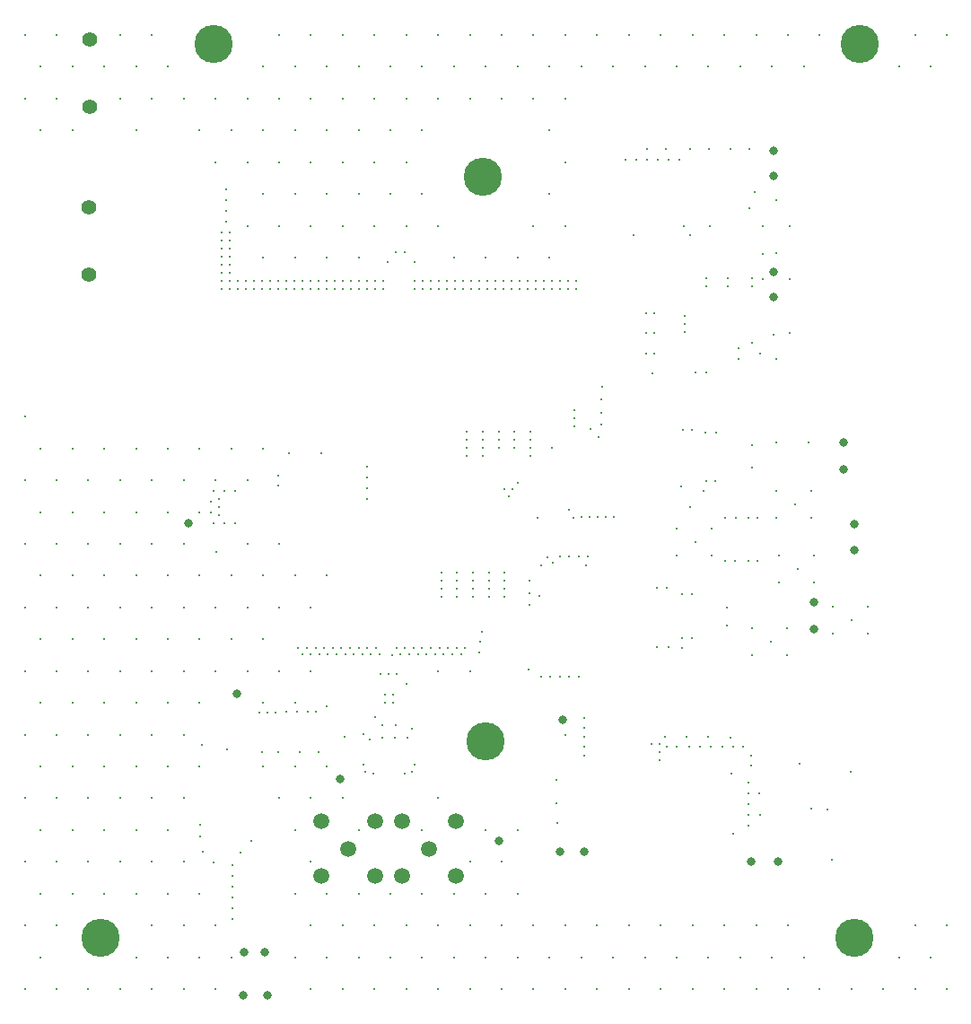
<source format=gbr>
%TF.GenerationSoftware,Altium Limited,Altium Designer,22.9.1 (49)*%
G04 Layer_Color=0*
%FSLAX45Y45*%
%MOMM*%
%TF.SameCoordinates,B7DE9D22-2107-43EB-A15B-9EDAE082944A*%
%TF.FilePolarity,Positive*%
%TF.FileFunction,Plated,1,4,PTH,Drill*%
%TF.Part,Single*%
G01*
G75*
%TA.AperFunction,ComponentDrill*%
%ADD116C,0.80000*%
%ADD117C,0.80000*%
%ADD118C,3.60000*%
%ADD119C,1.50000*%
%ADD120C,1.49860*%
%ADD121C,0.30000*%
%ADD122C,1.40000*%
%TA.AperFunction,ViaDrill,NotFilled*%
%ADD123C,0.30000*%
D116*
X5372100Y4343400D02*
D03*
X5350798Y3098800D02*
D03*
X7366000Y8331200D02*
D03*
X5579398Y3098800D02*
D03*
X8026400Y6705600D02*
D03*
Y6959600D02*
D03*
X7366000Y8564182D02*
D03*
X7749540Y5450840D02*
D03*
Y5196840D02*
D03*
D117*
X3276600Y3784600D02*
D03*
X4775200Y3200400D02*
D03*
X1841500Y6197600D02*
D03*
X2298700Y4584700D02*
D03*
X7407663Y3001843D02*
D03*
X8128000Y6189980D02*
D03*
X7366000Y9707182D02*
D03*
X2590800Y1739900D02*
D03*
X2365400Y2146300D02*
D03*
X2565400D02*
D03*
X7153663Y3001843D02*
D03*
X2362200Y1739900D02*
D03*
X7366000Y9474200D02*
D03*
X8128000Y5943600D02*
D03*
D118*
X2082800Y10718800D02*
D03*
X8128000Y2286000D02*
D03*
X4622800Y9461500D02*
D03*
X8178800Y10718800D02*
D03*
X4648200Y4140200D02*
D03*
X1016000Y2286000D02*
D03*
D119*
X3608070Y3379470D02*
D03*
Y2868930D02*
D03*
X3097530Y3379470D02*
D03*
Y2868930D02*
D03*
X4370070Y3379470D02*
D03*
Y2868930D02*
D03*
X3859530D02*
D03*
Y3379470D02*
D03*
D120*
X3352800Y3124200D02*
D03*
X4114800D02*
D03*
D121*
X3694682Y4579142D02*
D03*
X3774682D02*
D03*
Y4499142D02*
D03*
X3694682D02*
D03*
D122*
X914400Y10121900D02*
D03*
Y10756900D02*
D03*
X905798Y8542020D02*
D03*
Y9177020D02*
D03*
D123*
X5750000Y7480000D02*
D03*
X7390800Y9243000D02*
D03*
X7515800Y8993000D02*
D03*
X7390800Y8743000D02*
D03*
X7515800Y8493000D02*
D03*
Y7993000D02*
D03*
X7390800Y7743000D02*
D03*
X7265800Y8993000D02*
D03*
Y8493000D02*
D03*
X6765800Y8993000D02*
D03*
X6515800D02*
D03*
X5140800Y6243000D02*
D03*
X3530600Y6527800D02*
D03*
Y6426200D02*
D03*
Y6629400D02*
D03*
X5592460Y5796704D02*
D03*
X5156200Y5511800D02*
D03*
X5169088Y5796380D02*
D03*
X5233623Y5874360D02*
D03*
X5283369Y5822597D02*
D03*
X5059383Y5535767D02*
D03*
X5058441Y5653502D02*
D03*
X3048000Y4419600D02*
D03*
X2971800D02*
D03*
X2870200D02*
D03*
X2768600D02*
D03*
X3073400Y4038600D02*
D03*
X2895600D02*
D03*
X2692400D02*
D03*
X2540000D02*
D03*
X3149600Y4470400D02*
D03*
X3318338Y4181659D02*
D03*
X5070400Y6832600D02*
D03*
X7924800Y5410200D02*
D03*
X8255000D02*
D03*
Y5156200D02*
D03*
X7924800D02*
D03*
X8102600Y5283200D02*
D03*
X7162800Y5207000D02*
D03*
X7493000D02*
D03*
Y4953000D02*
D03*
X7162800D02*
D03*
X7340600Y5080000D02*
D03*
X6451600Y6146800D02*
D03*
X6781800D02*
D03*
Y5892800D02*
D03*
X6451600D02*
D03*
X6629400Y6019800D02*
D03*
X7416800Y5892800D02*
D03*
X7747000D02*
D03*
Y5638800D02*
D03*
X7416800D02*
D03*
X7594600Y5765800D02*
D03*
X7569200Y6375400D02*
D03*
X7391400Y6248400D02*
D03*
X7721600D02*
D03*
Y6502400D02*
D03*
X7391400D02*
D03*
Y6959600D02*
D03*
X7696200D02*
D03*
X7264400Y8737600D02*
D03*
X6578600Y8915400D02*
D03*
X6045200D02*
D03*
X7366000Y7975600D02*
D03*
X6172200Y9728200D02*
D03*
X6350000D02*
D03*
X6578600D02*
D03*
X6756400D02*
D03*
X6959600D02*
D03*
X7137400D02*
D03*
X8999997Y10799997D02*
D03*
Y2399999D02*
D03*
Y1799999D02*
D03*
X8699997Y10799997D02*
D03*
X8849997Y10499997D02*
D03*
X8699997Y2399999D02*
D03*
X8849997Y2099999D02*
D03*
X8699997Y1799999D02*
D03*
X8549997Y10499997D02*
D03*
Y2099999D02*
D03*
X8399997Y1799999D02*
D03*
X8099998D02*
D03*
X7799998Y10799997D02*
D03*
Y1799999D02*
D03*
X7499998Y10799997D02*
D03*
X7649998Y10499997D02*
D03*
X7499998Y2399999D02*
D03*
X7649998Y2099999D02*
D03*
X7499998Y1799999D02*
D03*
X7199998Y10799997D02*
D03*
X7349998Y10499997D02*
D03*
X7199998Y2399999D02*
D03*
X7349998Y2099999D02*
D03*
X7199998Y1799999D02*
D03*
X6899998Y10799997D02*
D03*
X7049998Y10499997D02*
D03*
X6899998Y2399999D02*
D03*
X7049998Y2099999D02*
D03*
X6899998Y1799999D02*
D03*
X6599998Y10799997D02*
D03*
X6749998Y10499997D02*
D03*
X6599998Y2399999D02*
D03*
X6749998Y2099999D02*
D03*
X6599998Y1799999D02*
D03*
X6299998Y10799997D02*
D03*
X6449998Y10499997D02*
D03*
X6299998Y2399999D02*
D03*
X6449998Y2099999D02*
D03*
X6299998Y1799999D02*
D03*
X5999998Y10799997D02*
D03*
X6149998Y10499997D02*
D03*
X5999998Y2399999D02*
D03*
X6149998Y2099999D02*
D03*
X5999998Y1799999D02*
D03*
X5699998Y10799997D02*
D03*
X5849998Y10499997D02*
D03*
X5699998Y2399999D02*
D03*
X5849998Y2099999D02*
D03*
X5699998Y1799999D02*
D03*
X5399998Y10799997D02*
D03*
X5549998Y10499997D02*
D03*
X5399998Y10199997D02*
D03*
Y9599997D02*
D03*
Y8999997D02*
D03*
Y2399999D02*
D03*
X5549998Y2099999D02*
D03*
X5399998Y1799999D02*
D03*
X5099998Y10799997D02*
D03*
X5249998Y10499997D02*
D03*
X5099998Y10199997D02*
D03*
X5249998Y9899997D02*
D03*
Y9299997D02*
D03*
X5099998Y8999997D02*
D03*
X5249998Y8699997D02*
D03*
X5099998Y2399999D02*
D03*
X5249998Y2099999D02*
D03*
X5099998Y1799999D02*
D03*
X4799999Y10799997D02*
D03*
X4949998Y10499997D02*
D03*
X4799999Y10199997D02*
D03*
X4949998Y8699997D02*
D03*
Y3299999D02*
D03*
X4799999Y2999999D02*
D03*
X4949998Y2699999D02*
D03*
X4799999Y2399999D02*
D03*
X4949998Y2099999D02*
D03*
X4799999Y1799999D02*
D03*
X4499999Y10799997D02*
D03*
X4649999Y10499997D02*
D03*
X4499999Y10199997D02*
D03*
X4649999Y8699997D02*
D03*
X4499999Y4799999D02*
D03*
X4649999Y3299999D02*
D03*
X4499999Y2999999D02*
D03*
X4649999Y2699999D02*
D03*
X4499999Y2399999D02*
D03*
X4649999Y2099999D02*
D03*
X4499999Y1799999D02*
D03*
X4199999Y10799997D02*
D03*
X4349999Y10499997D02*
D03*
X4199999Y10199997D02*
D03*
Y8999997D02*
D03*
X4349999Y8699997D02*
D03*
X4199999Y4799999D02*
D03*
Y3599999D02*
D03*
X4349999Y2699999D02*
D03*
X4199999Y2399999D02*
D03*
X4349999Y2099999D02*
D03*
X4199999Y1799999D02*
D03*
X3899999Y10799997D02*
D03*
X4049999Y10499997D02*
D03*
X3899999Y10199997D02*
D03*
X4049999Y9899997D02*
D03*
X3899999Y9599997D02*
D03*
X4049999Y9299997D02*
D03*
X3899999Y8999997D02*
D03*
X4049999Y3299999D02*
D03*
Y2699999D02*
D03*
X3899999Y2399999D02*
D03*
X4049999Y2099999D02*
D03*
X3899999Y1799999D02*
D03*
X3599999Y10799997D02*
D03*
X3749999Y10499997D02*
D03*
X3599999Y10199997D02*
D03*
X3749999Y9899997D02*
D03*
X3599999Y9599997D02*
D03*
X3749999Y9299997D02*
D03*
X3599999Y8999997D02*
D03*
X3749999Y2699999D02*
D03*
X3599999Y2399999D02*
D03*
X3749999Y2099999D02*
D03*
X3599999Y1799999D02*
D03*
X3299999Y10799997D02*
D03*
X3449999Y10499997D02*
D03*
X3299999Y10199997D02*
D03*
X3449999Y9899997D02*
D03*
X3299999Y9599997D02*
D03*
X3449999Y9299997D02*
D03*
X3299999Y8999997D02*
D03*
X3449999Y8699997D02*
D03*
X3299999Y3599999D02*
D03*
X3449999Y3299999D02*
D03*
Y2699999D02*
D03*
X3299999Y2399999D02*
D03*
X3449999Y2099999D02*
D03*
X3299999Y1799999D02*
D03*
X2999999Y10799997D02*
D03*
X3149999Y10499997D02*
D03*
X2999999Y10199997D02*
D03*
X3149999Y9899997D02*
D03*
X2999999Y9599997D02*
D03*
X3149999Y9299997D02*
D03*
X2999999Y8999997D02*
D03*
X3149999Y8699997D02*
D03*
Y5699998D02*
D03*
X2999999Y5399998D02*
D03*
Y4799999D02*
D03*
X3149999Y3899999D02*
D03*
X2999999Y3599999D02*
D03*
Y2999999D02*
D03*
X3149999Y2699999D02*
D03*
X2999999Y2399999D02*
D03*
X3149999Y2099999D02*
D03*
X2999999Y1799999D02*
D03*
X2699999Y10799997D02*
D03*
X2849999Y10499997D02*
D03*
X2699999Y10199997D02*
D03*
X2849999Y9899997D02*
D03*
X2699999Y9599997D02*
D03*
X2849999Y9299997D02*
D03*
X2699999Y8999997D02*
D03*
X2849999Y8699997D02*
D03*
X2699999Y5999998D02*
D03*
X2849999Y5699998D02*
D03*
X2699999Y5399998D02*
D03*
Y4799999D02*
D03*
X2849999Y4499999D02*
D03*
Y3899999D02*
D03*
X2699999Y3599999D02*
D03*
X2849999Y3299999D02*
D03*
Y2699999D02*
D03*
Y2099999D02*
D03*
X2549999Y10499997D02*
D03*
X2399999Y10199997D02*
D03*
X2549999Y9899997D02*
D03*
X2399999Y9599997D02*
D03*
X2549999Y9299997D02*
D03*
X2399999Y8999997D02*
D03*
X2549999Y8699997D02*
D03*
Y6899998D02*
D03*
X2399999Y6599998D02*
D03*
Y5999998D02*
D03*
X2549999Y5699998D02*
D03*
X2399999Y5399998D02*
D03*
X2549999Y5099998D02*
D03*
X2399999Y4799999D02*
D03*
X2549999Y4499999D02*
D03*
Y3899999D02*
D03*
X2099999Y10199997D02*
D03*
X2249999Y9899997D02*
D03*
X2099999Y9599997D02*
D03*
X2249999Y6899998D02*
D03*
X2099999Y6599998D02*
D03*
X2249999Y5699998D02*
D03*
X2099999Y5399998D02*
D03*
X2249999Y5099998D02*
D03*
X2099999Y4799999D02*
D03*
Y2399999D02*
D03*
X2249999Y2099999D02*
D03*
X2099999Y1799999D02*
D03*
X1799999Y10199997D02*
D03*
X1949999Y9899997D02*
D03*
Y6899998D02*
D03*
X1799999Y6599998D02*
D03*
X1949999Y6299998D02*
D03*
X1799999Y5999998D02*
D03*
X1949999Y5699998D02*
D03*
X1799999Y5399998D02*
D03*
X1949999Y5099998D02*
D03*
X1799999Y4799999D02*
D03*
X1949999Y4499999D02*
D03*
X1799999Y4199999D02*
D03*
X1949999Y3899999D02*
D03*
X1799999Y3599999D02*
D03*
Y2999999D02*
D03*
X1949999Y2699999D02*
D03*
X1799999Y2399999D02*
D03*
X1949999Y2099999D02*
D03*
X1799999Y1799999D02*
D03*
X1500000Y10799997D02*
D03*
X1649999Y10499997D02*
D03*
X1500000Y10199997D02*
D03*
X1649999Y6899998D02*
D03*
X1500000Y6599998D02*
D03*
X1649999Y6299998D02*
D03*
X1500000Y5999998D02*
D03*
X1649999Y5699998D02*
D03*
X1500000Y5399998D02*
D03*
X1649999Y5099998D02*
D03*
X1500000Y4799999D02*
D03*
X1649999Y4499999D02*
D03*
X1500000Y4199999D02*
D03*
X1649999Y3899999D02*
D03*
X1500000Y3599999D02*
D03*
X1649999Y3299999D02*
D03*
X1500000Y2999999D02*
D03*
X1649999Y2699999D02*
D03*
X1500000Y2399999D02*
D03*
X1649999Y2099999D02*
D03*
X1500000Y1799999D02*
D03*
X1200000Y10799997D02*
D03*
X1350000Y10499997D02*
D03*
X1200000Y10199997D02*
D03*
X1350000Y9899997D02*
D03*
Y6899998D02*
D03*
X1200000Y6599998D02*
D03*
X1350000Y6299998D02*
D03*
X1200000Y5999998D02*
D03*
X1350000Y5699998D02*
D03*
X1200000Y5399998D02*
D03*
X1350000Y5099998D02*
D03*
X1200000Y4799999D02*
D03*
X1350000Y4499999D02*
D03*
X1200000Y4199999D02*
D03*
X1350000Y3899999D02*
D03*
X1200000Y3599999D02*
D03*
X1350000Y3299999D02*
D03*
X1200000Y2999999D02*
D03*
X1350000Y2699999D02*
D03*
Y2099999D02*
D03*
X1200000Y1799999D02*
D03*
X1050000Y10499997D02*
D03*
Y6899998D02*
D03*
X900000Y6599998D02*
D03*
X1050000Y6299998D02*
D03*
X900000Y5999998D02*
D03*
X1050000Y5699998D02*
D03*
X900000Y5399998D02*
D03*
X1050000Y5099998D02*
D03*
X900000Y4799999D02*
D03*
X1050000Y4499999D02*
D03*
X900000Y4199999D02*
D03*
X1050000Y3899999D02*
D03*
X900000Y3599999D02*
D03*
X1050000Y3299999D02*
D03*
X900000Y2999999D02*
D03*
X1050000Y2699999D02*
D03*
X900000Y1799999D02*
D03*
X600000Y10799997D02*
D03*
X750000Y10499997D02*
D03*
X600000Y10199997D02*
D03*
X750000Y9899997D02*
D03*
Y6899998D02*
D03*
X600000Y6599998D02*
D03*
X750000Y6299998D02*
D03*
X600000Y5999998D02*
D03*
X750000Y5699998D02*
D03*
X600000Y5399998D02*
D03*
X750000Y5099998D02*
D03*
X600000Y4799999D02*
D03*
X750000Y4499999D02*
D03*
X600000Y4199999D02*
D03*
X750000Y3899999D02*
D03*
X600000Y3599999D02*
D03*
X750000Y3299999D02*
D03*
X600000Y2999999D02*
D03*
X750000Y2699999D02*
D03*
X600000Y2399999D02*
D03*
Y1799999D02*
D03*
X300000Y10799997D02*
D03*
X450000Y10499997D02*
D03*
X300000Y10199997D02*
D03*
X450000Y9899997D02*
D03*
X300000Y7199998D02*
D03*
X450000Y6899998D02*
D03*
X300000Y6599998D02*
D03*
X450000Y6299998D02*
D03*
X300000Y5999998D02*
D03*
X450000Y5699998D02*
D03*
X300000Y5399998D02*
D03*
X450000Y5099998D02*
D03*
X300000Y4799999D02*
D03*
X450000Y4499999D02*
D03*
X300000Y4199999D02*
D03*
X450000Y3899999D02*
D03*
X300000Y3599999D02*
D03*
X450000Y3299999D02*
D03*
X300000Y2999999D02*
D03*
X450000Y2699999D02*
D03*
X300000Y2399999D02*
D03*
X450000Y2099999D02*
D03*
X300000Y1799999D02*
D03*
X5070400Y6985000D02*
D03*
X4279900Y8483600D02*
D03*
X3378200D02*
D03*
X2133600Y6273800D02*
D03*
X4770400Y7061200D02*
D03*
X2438400Y3200400D02*
D03*
X5054600Y4813300D02*
D03*
X3975100Y8407400D02*
D03*
X2844800Y8483600D02*
D03*
X7162800Y8509000D02*
D03*
X4379100Y5499100D02*
D03*
X4584700Y4978400D02*
D03*
X3606800Y8407400D02*
D03*
X6747798Y4178300D02*
D03*
X7162800Y7899400D02*
D03*
X4679100Y5499100D02*
D03*
X4414855Y4956419D02*
D03*
X3078875Y4958959D02*
D03*
X5575300Y4178300D02*
D03*
X2209800Y4064000D02*
D03*
X2260600Y2870200D02*
D03*
X1955800Y3352800D02*
D03*
X3611880Y5021580D02*
D03*
X7137400Y9169400D02*
D03*
X4089655Y4956419D02*
D03*
X5346700Y8483600D02*
D03*
X3967480Y5019040D02*
D03*
X7912100Y3022600D02*
D03*
X6159500Y7988300D02*
D03*
X3149600Y8407400D02*
D03*
X5041900D02*
D03*
X6596544Y7075970D02*
D03*
X3514683Y3849142D02*
D03*
X5575300Y4089400D02*
D03*
X6451600D02*
D03*
X5435600Y5880100D02*
D03*
X5556219Y6249869D02*
D03*
X4813300Y8483600D02*
D03*
X2159000Y8788400D02*
D03*
X6926580Y5400040D02*
D03*
X8089900Y3848100D02*
D03*
X6159500Y7797800D02*
D03*
X4508500Y8407400D02*
D03*
X3606800Y8483600D02*
D03*
X2184400Y6197600D02*
D03*
X4620400Y7061200D02*
D03*
X4610100Y5168900D02*
D03*
X3975100Y8483600D02*
D03*
X2768600D02*
D03*
X6731000Y8432800D02*
D03*
X4829100Y5651500D02*
D03*
X7150100Y3911600D02*
D03*
X5638800Y7086600D02*
D03*
X2463800Y8407400D02*
D03*
X2159000Y8483600D02*
D03*
X7239000Y7797800D02*
D03*
X4620400Y6908800D02*
D03*
X2997575Y4958959D02*
D03*
X3927055Y4956419D02*
D03*
X2260600Y2971800D02*
D03*
X5168900Y4749800D02*
D03*
X7188200Y9321800D02*
D03*
X4920400Y6908800D02*
D03*
X3322775Y4958959D02*
D03*
X5575300Y4000500D02*
D03*
X6235700Y7797800D02*
D03*
X5499100Y8407400D02*
D03*
X4048760Y5019040D02*
D03*
X2961640Y5021580D02*
D03*
X6502400Y5107300D02*
D03*
X5435600Y6324600D02*
D03*
X3098800Y6858000D02*
D03*
X3721100Y8661400D02*
D03*
X7124700Y3644900D02*
D03*
X5041900Y8483600D02*
D03*
X6507156Y7074982D02*
D03*
X3794683Y4169142D02*
D03*
X6667500Y4089400D02*
D03*
X4737100Y8407400D02*
D03*
X2159000Y8712200D02*
D03*
X5632419Y6249869D02*
D03*
X7157720Y6929120D02*
D03*
X4508500Y8483600D02*
D03*
X3530600D02*
D03*
X2057400Y6400800D02*
D03*
X4470400Y7061200D02*
D03*
X6819900Y7048500D02*
D03*
X6223000Y7607300D02*
D03*
X4203700Y8407400D02*
D03*
X2997200Y8483600D02*
D03*
X6731000Y8509000D02*
D03*
X4770400Y6985000D02*
D03*
X6286500Y3962400D02*
D03*
X2616200Y8407400D02*
D03*
X2235200Y8483600D02*
D03*
X7035800Y7747000D02*
D03*
X3650744Y4958824D02*
D03*
X5257800Y4749800D02*
D03*
X3073400Y8407400D02*
D03*
X2880360Y5021580D02*
D03*
X6265198Y5588000D02*
D03*
X5969000Y9626600D02*
D03*
X4529100Y5499100D02*
D03*
X4170955Y4956419D02*
D03*
X3975100Y8661400D02*
D03*
X4902200Y6515100D02*
D03*
X5499100Y8483600D02*
D03*
X4130040Y5019040D02*
D03*
X3042920Y5021580D02*
D03*
X6354098Y5588000D02*
D03*
X5715000Y7010400D02*
D03*
X5270500Y8407400D02*
D03*
X6813200Y6595000D02*
D03*
X3674683Y4169142D02*
D03*
X6565900Y4089400D02*
D03*
X5613400Y5880100D02*
D03*
X3530600Y8407400D02*
D03*
X4737100Y8483600D02*
D03*
X2235200Y8940800D02*
D03*
X5708619Y6249869D02*
D03*
X7160260Y6718300D02*
D03*
X4432300Y8407400D02*
D03*
X3683000Y8483600D02*
D03*
X2184400Y6502400D02*
D03*
X2692400Y6553200D02*
D03*
X6718300Y7048500D02*
D03*
X4829100Y5575300D02*
D03*
X4203700Y8483600D02*
D03*
X2921000D02*
D03*
X5312698Y3556000D02*
D03*
X6934200Y8432800D02*
D03*
X2768600Y8407400D02*
D03*
X2197100Y9347200D02*
D03*
X2387600Y8483600D02*
D03*
X7128798Y3746500D02*
D03*
X6629400Y7620000D02*
D03*
X4529100Y5651500D02*
D03*
X6286500Y4114800D02*
D03*
X5575300Y4356100D02*
D03*
X2540000Y8407400D02*
D03*
X5058698Y5422900D02*
D03*
X7611398Y3924300D02*
D03*
X6070600Y9626600D02*
D03*
X4470400Y6908800D02*
D03*
X3404075Y4958959D02*
D03*
X3886200Y8750300D02*
D03*
X2260600Y2463800D02*
D03*
X5270500Y6908800D02*
D03*
X4211320Y5019040D02*
D03*
X3124200Y5021580D02*
D03*
X6591300Y5524500D02*
D03*
X5741931Y7121949D02*
D03*
X6502400Y5016500D02*
D03*
X7124700Y3441700D02*
D03*
X5270500Y8483600D02*
D03*
X7124700Y5842000D02*
D03*
X3494682Y3919142D02*
D03*
X3530600Y6731000D02*
D03*
X6769100Y4089400D02*
D03*
X5473700Y6248400D02*
D03*
X3683000Y8407400D02*
D03*
X4965700D02*
D03*
X2235200Y8864600D02*
D03*
X5784819Y6249869D02*
D03*
X3810882Y4767742D02*
D03*
X4432300Y8483600D02*
D03*
X2235200Y8636000D02*
D03*
X2082800Y6197600D02*
D03*
X4127500Y8407400D02*
D03*
X3149600Y8483600D02*
D03*
X4529100Y5727700D02*
D03*
X6934200Y8509000D02*
D03*
X2844800Y8407400D02*
D03*
X2197100Y9245600D02*
D03*
X2311400Y8483600D02*
D03*
X7230398Y3644900D02*
D03*
X6544598Y4178300D02*
D03*
X6731000Y7620000D02*
D03*
X4470400Y6985000D02*
D03*
X2311400Y8407400D02*
D03*
X2667000Y4406900D02*
D03*
X6963698Y3835400D02*
D03*
X6172200Y9626600D02*
D03*
X4920400Y6985000D02*
D03*
X4252255Y4956419D02*
D03*
X5435600Y4749800D02*
D03*
X4292600Y5019040D02*
D03*
X3205480Y5021580D02*
D03*
X5486400Y7112000D02*
D03*
X6261100Y5029200D02*
D03*
X7721600Y3505200D02*
D03*
X5194300Y8407400D02*
D03*
X7213600Y5842000D02*
D03*
X3974682Y3919142D02*
D03*
X2336800Y3086100D02*
D03*
X6985000Y4089400D02*
D03*
X5524500Y5880100D02*
D03*
X4953000Y6578600D02*
D03*
X2387600Y8407400D02*
D03*
X4965700Y8483600D02*
D03*
X2159000Y8940800D02*
D03*
X5861019Y6249869D02*
D03*
X3734682Y4767742D02*
D03*
X4660900Y8407400D02*
D03*
X2235200Y8559800D02*
D03*
X2133600Y6350000D02*
D03*
X3799840Y4292600D02*
D03*
X4229100Y5727700D02*
D03*
X6235700Y8178800D02*
D03*
X4127500Y8483600D02*
D03*
X3073400D02*
D03*
X4679100Y5727700D02*
D03*
X4470400Y6832600D02*
D03*
X4379100Y5575300D02*
D03*
X3492500Y4202600D02*
D03*
X2997200Y8407400D02*
D03*
X2197100Y9144000D02*
D03*
X2540000Y8483600D02*
D03*
X7128798Y3543300D02*
D03*
X6341398Y4178300D02*
D03*
X6527800Y8153400D02*
D03*
X4529100Y5575300D02*
D03*
X3556000Y4152900D02*
D03*
X3953998Y4252351D02*
D03*
X4826000Y6515100D02*
D03*
X3378200Y8407400D02*
D03*
X2590800Y4406900D02*
D03*
X5325398Y3365500D02*
D03*
X6273800Y9626600D02*
D03*
X3485375Y4958959D02*
D03*
X4008355Y4956419D02*
D03*
X1968500Y4102100D02*
D03*
X4373880Y5019040D02*
D03*
X3286760Y5021580D02*
D03*
X6502400Y5524500D02*
D03*
X5486400Y7188200D02*
D03*
X4379100Y5651500D02*
D03*
X2794000Y6858000D02*
D03*
X5524500Y4749800D02*
D03*
X7874000Y3492500D02*
D03*
X5194300Y8483600D02*
D03*
X6997700Y5842000D02*
D03*
X3914683Y4169142D02*
D03*
X7150100Y4000500D02*
D03*
X3606800Y4368800D02*
D03*
X6354098Y4089400D02*
D03*
X3225800Y8407400D02*
D03*
X4889500D02*
D03*
X2159000Y8864600D02*
D03*
X7213600Y6248400D02*
D03*
X3658482Y4767742D02*
D03*
X4660900Y8483600D02*
D03*
X2159000Y8636000D02*
D03*
X2082800Y6502400D02*
D03*
X4379100Y5727700D02*
D03*
X4597400Y5080000D02*
D03*
X4356100Y8407400D02*
D03*
X3302000Y8483600D02*
D03*
X2689514Y6647180D02*
D03*
X4829100Y5727700D02*
D03*
X2235200Y8407400D02*
D03*
X2197100Y9042400D02*
D03*
X2463800Y8483600D02*
D03*
X7128798Y3340100D02*
D03*
X6956878Y4173314D02*
D03*
X6527800Y8001000D02*
D03*
X2514600Y4406900D02*
D03*
X6375400Y9626600D02*
D03*
X4333555Y4956419D02*
D03*
X5397500Y4194300D02*
D03*
X2260600Y2565400D02*
D03*
Y2667000D02*
D03*
X2082800Y2997200D02*
D03*
X4455160Y5019040D02*
D03*
X3368040Y5021580D02*
D03*
X5486400Y7264400D02*
D03*
X4620400Y6985000D02*
D03*
X3797300Y8750300D02*
D03*
X5422900Y8407400D02*
D03*
X6908800Y5842000D02*
D03*
X3904683Y4679142D02*
D03*
X3770190Y4953518D02*
D03*
X7073900Y4089400D02*
D03*
X6235700Y7988300D02*
D03*
X3454400Y8407400D02*
D03*
X4889500Y8483600D02*
D03*
X7124700Y6248400D02*
D03*
X3954682Y3849142D02*
D03*
X5346700Y5880100D02*
D03*
X4584700Y8407400D02*
D03*
X2159000Y8559800D02*
D03*
X2057400Y6299200D02*
D03*
X3672840Y4292600D02*
D03*
X4229100Y5499100D02*
D03*
X2109110Y5923342D02*
D03*
X4356100Y8483600D02*
D03*
X3225800D02*
D03*
X2286000Y6502400D02*
D03*
X5070400Y7061200D02*
D03*
X4829100Y5499100D02*
D03*
X4864100Y6451600D02*
D03*
X4051300Y8407400D02*
D03*
X2692400Y8483600D02*
D03*
X6527800Y8077200D02*
D03*
X3302000Y8407400D02*
D03*
X6477000Y9626600D02*
D03*
X4620400Y6832600D02*
D03*
X4229100Y5575300D02*
D03*
X2916275Y4958959D02*
D03*
X3241475D02*
D03*
X1981200Y3098800D02*
D03*
X3449320Y5021580D02*
D03*
X5740400Y7239000D02*
D03*
X4679100Y5575300D02*
D03*
X6375400Y5029200D02*
D03*
X6578600Y6350000D02*
D03*
X5422900Y8483600D02*
D03*
X3804920Y5019040D02*
D03*
X5575300Y4267200D02*
D03*
X2692400Y8407400D02*
D03*
X5118100D02*
D03*
X6908800Y6248400D02*
D03*
X3884683Y3829142D02*
D03*
X4229100Y5651500D02*
D03*
X4584700Y8483600D02*
D03*
X2235200Y8788400D02*
D03*
X2286000Y6197600D02*
D03*
X6705600Y6502400D02*
D03*
X4679100Y5651500D02*
D03*
X6159500Y8178800D02*
D03*
X4279900Y8407400D02*
D03*
X3454400Y8483600D02*
D03*
X2133600Y6426200D02*
D03*
X4920400Y7061200D02*
D03*
X4051300Y8483600D02*
D03*
X2616200D02*
D03*
X5312698Y3771900D02*
D03*
X7162800Y8432800D02*
D03*
X4770400Y6908800D02*
D03*
X2159000Y8407400D02*
D03*
X7035800Y7848600D02*
D03*
X5070400Y6908800D02*
D03*
X3566675Y4958959D02*
D03*
X3845755Y4956419D02*
D03*
X2260600Y2768600D02*
D03*
X6883400Y4089400D02*
D03*
X1955800Y3238500D02*
D03*
X3530600Y5021580D02*
D03*
X5740400Y7366000D02*
D03*
X3160175Y4958959D02*
D03*
X5346700Y4749800D02*
D03*
Y8407400D02*
D03*
X3886200Y5019040D02*
D03*
X6493798Y6540500D02*
D03*
X6591300Y5107940D02*
D03*
X6726700Y6595000D02*
D03*
X6210300Y4114800D02*
D03*
X6286500Y4038600D02*
D03*
X6985000Y3263900D02*
D03*
X2921000Y8407400D02*
D03*
X5118100Y8483600D02*
D03*
X7010400Y6248400D02*
D03*
X3584682Y3829142D02*
D03*
X7239000Y3441700D02*
D03*
X4813300Y8407400D02*
D03*
X2235200Y8712200D02*
D03*
X6921500Y5232400D02*
D03*
%TF.MD5,7ccfe8033019456b6977b61b1e0ff21a*%
M02*

</source>
